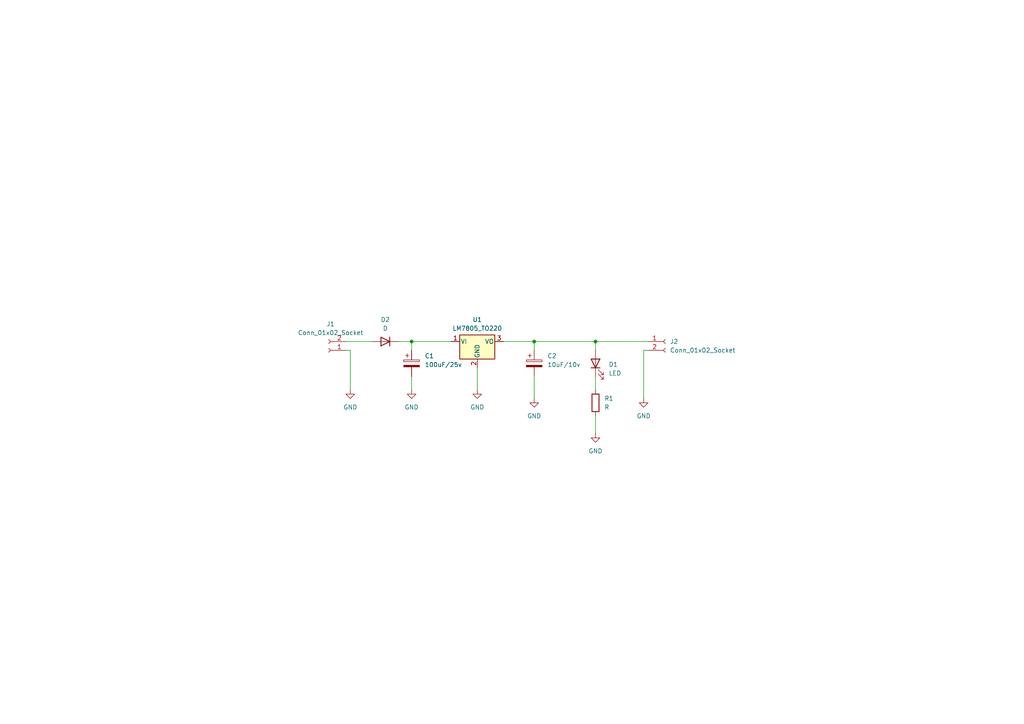
<source format=kicad_sch>
(kicad_sch (version 20250114) (generator "eeschema") (generator_version "9.0")
  (paper "A4")
  (lib_symbols
    (symbol "Connector:Conn_01x02_Socket" (pin_names (offset 1.016) (hide yes))
      (property "Reference" "J" (at 0 2.54 0))
      (property "Value" "Conn_01x02_Socket" (at 0 -5.08 0))
      (symbol "Conn_01x02_Socket_1_1"
        (polyline (pts (xy -1.27 0) (xy -0.508 0)) (stroke (width 0.1524)))
        (polyline (pts (xy -1.27 -2.54) (xy -0.508 -2.54)) (stroke (width 0.1524)))
        (arc (start 0 -0.508) (mid -0.5058 0) (end 0 0.508) (stroke (width 0.1524)))
        (arc (start 0 -3.048) (mid -0.5058 -2.54) (end 0 -2.032) (stroke (width 0.1524)))
        (pin passive line (at -5.08 0 0) (length 3.81) (name "Pin_1") (number "1"))
        (pin passive line (at -5.08 -2.54 0) (length 3.81) (name "Pin_2") (number "2"))
      )
    )
    (symbol "Device:C_Polarized" (pin_numbers (hide yes)) (pin_names (offset 0.254))
      (property "Reference" "C" (at 0.635 2.54 0))
      (property "Value" "C_Polarized" (at 0.635 -2.54 0))
      (symbol "C_Polarized_0_1"
        (rectangle (start -2.286 0.508) (end 2.286 1.016))
        (polyline (pts (xy -1.778 2.286) (xy -0.762 2.286)))
        (polyline (pts (xy -1.27 2.794) (xy -1.27 1.778)))
        (rectangle (start 2.286 -0.508) (end -2.286 -1.016) (fill (type outline)))
      )
      (symbol "C_Polarized_1_1"
        (pin passive line (at 0 3.81 270) (length 2.794) (name "~") (number "1"))
        (pin passive line (at 0 -3.81 90) (length 2.794) (name "~") (number "2"))
      )
    )
    (symbol "Device:D" (pin_numbers (hide yes)) (pin_names (offset 1.016) (hide yes))
      (property "Reference" "D" (at 0 2.54 0))
      (property "Value" "D" (at 0 -2.54 0))
      (symbol "D_0_1"
        (polyline (pts (xy -1.27 1.27) (xy -1.27 -1.27)) (stroke (width 0.254)))
        (polyline (pts (xy 1.27 1.27) (xy 1.27 -1.27) (xy -1.27 0) (xy 1.27 1.27)) (stroke (width 0.254)))
        (polyline (pts (xy 1.27 0) (xy -1.27 0)))
      )
      (symbol "D_1_1"
        (pin passive line (at -3.81 0 0) (length 2.54) (name "K") (number "1"))
        (pin passive line (at 3.81 0 180) (length 2.54) (name "A") (number "2"))
      )
    )
    (symbol "Device:LED" (pin_numbers (hide yes)) (pin_names (offset 1.016) (hide yes))
      (property "Reference" "D" (at 0 2.54 0))
      (property "Value" "LED" (at 0 -2.54 0))
      (symbol "LED_0_1"
        (polyline (pts (xy -3.048 -0.762) (xy -4.572 -2.286) (xy -3.81 -2.286) (xy -4.572 -2.286) (xy -4.572 -1.524)))
        (polyline (pts (xy -1.778 -0.762) (xy -3.302 -2.286) (xy -2.54 -2.286) (xy -3.302 -2.286) (xy -3.302 -1.524)))
        (polyline (pts (xy -1.27 0) (xy 1.27 0)))
        (polyline (pts (xy -1.27 -1.27) (xy -1.27 1.27)) (stroke (width 0.254)))
        (polyline (pts (xy 1.27 -1.27) (xy 1.27 1.27) (xy -1.27 0) (xy 1.27 -1.27)) (stroke (width 0.254)))
      )
      (symbol "LED_1_1"
        (pin passive line (at -3.81 0 0) (length 2.54) (name "K") (number "1"))
        (pin passive line (at 3.81 0 180) (length 2.54) (name "A") (number "2"))
      )
    )
    (symbol "Device:R" (pin_numbers (hide yes)) (pin_names (offset 0))
      (property "Reference" "R" (at 2.032 0 90))
      (property "Value" "R" (at 0 0 90))
      (symbol "R_0_1"
        (rectangle (start -1.016 -2.54) (end 1.016 2.54) (stroke (width 0.254)))
      )
      (symbol "R_1_1"
        (pin passive line (at 0 3.81 270) (length 1.27) (name "~") (number "1"))
        (pin passive line (at 0 -3.81 90) (length 1.27) (name "~") (number "2"))
      )
    )
    (symbol "Regulator_Linear:LM7805_TO220" (pin_names (offset 0.254))
      (property "Reference" "U" (at -3.81 3.175 0))
      (property "Value" "LM7805_TO220" (at 0 3.175 0))
      (symbol "LM7805_TO220_0_1"
        (rectangle (start -5.08 1.905) (end 5.08 -5.08) (stroke (width 0.254)) (fill (type background)))
      )
      (symbol "LM7805_TO220_1_1"
        (pin power_in line (at -7.62 0 0) (length 2.54) (name "VI") (number "1"))
        (pin power_in line (at 0 -7.62 90) (length 2.54) (name "GND") (number "2"))
        (pin power_out line (at 7.62 0 180) (length 2.54) (name "VO") (number "3"))
      )
    )
    (symbol "power:GND" (power) (pin_numbers (hide yes)) (pin_names (offset 0) (hide yes))
      (property "Value" "GND" (at 0 -3.81 0))
      (symbol "GND_0_1"
        (polyline (pts (xy 0 0) (xy 0 -1.27) (xy 1.27 -1.27) (xy 0 -2.54) (xy -1.27 -1.27) (xy 0 -1.27)))
      )
      (symbol "GND_1_1"
        (pin power_in line (at 0 0 270) (length 0) (name "~") (number "1"))
      )
    )
  )
  (junction (at 119.38 99.06))
  (junction (at 172.72 99.06))
  (junction (at 154.94 99.06))
  (wire (pts (xy 138.43 106.68) (xy 138.43 113.03)))
  (wire (pts (xy 100.33 101.6) (xy 101.6 101.6)))
  (wire (pts (xy 119.38 99.06) (xy 119.38 101.6)))
  (wire (pts (xy 119.38 99.06) (xy 130.81 99.06)))
  (wire (pts (xy 119.38 109.22) (xy 119.38 113.03)))
  (wire (pts (xy 154.94 99.06) (xy 154.94 101.6)))
  (wire (pts (xy 100.33 99.06) (xy 107.95 99.06)))
  (wire (pts (xy 154.94 99.06) (xy 172.72 99.06)))
  (wire (pts (xy 172.72 99.06) (xy 187.96 99.06)))
  (wire (pts (xy 172.72 109.22) (xy 172.72 113.03)))
  (wire (pts (xy 146.05 99.06) (xy 154.94 99.06)))
  (wire (pts (xy 186.69 101.6) (xy 186.69 115.57)))
  (wire (pts (xy 115.57 99.06) (xy 119.38 99.06)))
  (wire (pts (xy 187.96 101.6) (xy 186.69 101.6)))
  (wire (pts (xy 101.6 101.6) (xy 101.6 113.03)))
  (wire (pts (xy 172.72 99.06) (xy 172.72 101.6)))
  (wire (pts (xy 154.94 109.22) (xy 154.94 115.57)))
  (wire (pts (xy 172.72 120.65) (xy 172.72 125.73)))
  (symbol (lib_id "Device:D") (at 111.76 99.06 180) (unit 1)
    (property "Reference" "D2" (at 111.76 92.71 0))
    (property "Value" "D" (at 111.76 95.25 0))
    (property "Footprint" "Diode_THT:D_DO-15_P12.70mm_Horizontal" (effects (hide yes)))
    (property "Description" "Diode" (effects (hide yes)))
    (property "Sim.Device" "D" (effects (hide yes)))
    (property "Sim.Pins" "1=K 2=A" (effects (hide yes)))
  )
  (symbol (lib_id "Connector:Conn_01x02_Socket") (at 193.04 99.06 0) (unit 1)
    (property "Reference" "J2" (at 194.31 99.0599 0) (effects (justify left)))
    (property "Value" "Conn_01x02_Socket" (at 194.31 101.5999 0) (effects (justify left)))
    (property "Footprint" "Connector_Phoenix_MSTB:PhoenixContact_MSTBVA_2,5_2-G-5,08_1x02_P5.08mm_Vertical" (effects (hide yes)))
    (property "Description" "Generic connector, single row, 01x02, script generated" (effects (hide yes)))
  )
  (symbol (lib_id "power:GND") (at 154.94 115.57 0) (unit 1)
    (property "Reference" "#PWR04" (effects (hide yes)))
    (property "Value" "GND" (at 154.94 120.65 0))
    (property "Description" "Power symbol creates a global label with name \"GND\" , ground" (effects (hide yes)))
  )
  (symbol (lib_id "power:GND") (at 186.69 115.57 0) (unit 1)
    (property "Reference" "#PWR06" (effects (hide yes)))
    (property "Value" "GND" (at 186.69 120.65 0))
    (property "Description" "Power symbol creates a global label with name \"GND\" , ground" (effects (hide yes)))
  )
  (symbol (lib_id "power:GND") (at 172.72 125.73 0) (unit 1)
    (property "Reference" "#PWR05" (effects (hide yes)))
    (property "Value" "GND" (at 172.72 130.81 0))
    (property "Description" "Power symbol creates a global label with name \"GND\" , ground" (effects (hide yes)))
  )
  (symbol (lib_id "Regulator_Linear:LM7805_TO220") (at 138.43 99.06 0) (unit 1)
    (property "Reference" "U1" (at 138.43 92.71 0))
    (property "Value" "LM7805_TO220" (at 138.43 95.25 0))
    (property "Footprint" "Package_TO_SOT_THT:TO-220-3_Vertical" (effects (hide yes)))
    (property "Datasheet" "https://www.onsemi.cn/PowerSolutions/document/MC7800-D.PDF" (effects (hide yes)))
    (property "Description" "Positive 1A 35V Linear Regulator, Fixed Output 5V, TO-220" (effects (hide yes)))
  )
  (symbol (lib_id "Device:C_Polarized") (at 119.38 105.41 0) (unit 1)
    (property "Reference" "C1" (at 123.19 103.2509 0) (effects (justify left)))
    (property "Value" "100uF/25v" (at 123.19 105.7909 0) (effects (justify left)))
    (property "Footprint" "Capacitor_THT:CP_Radial_D5.0mm_P2.50mm" (effects (hide yes)))
    (property "Description" "Polarized capacitor" (effects (hide yes)))
  )
  (symbol (lib_id "power:GND") (at 119.38 113.03 0) (unit 1)
    (property "Reference" "#PWR01" (effects (hide yes)))
    (property "Value" "GND" (at 119.38 118.11 0))
    (property "Description" "Power symbol creates a global label with name \"GND\" , ground" (effects (hide yes)))
  )
  (symbol (lib_id "Device:R") (at 172.72 116.84 0) (unit 1)
    (property "Reference" "R1" (at 175.26 115.5699 0) (effects (justify left)))
    (property "Value" "R" (at 175.26 118.1099 0) (effects (justify left)))
    (property "Footprint" "Resistor_THT:R_Axial_DIN0207_L6.3mm_D2.5mm_P10.16mm_Horizontal" (effects (hide yes)))
    (property "Description" "Resistor" (effects (hide yes)))
  )
  (symbol (lib_id "Device:C_Polarized") (at 154.94 105.41 0) (unit 1)
    (property "Reference" "C2" (at 158.75 103.2509 0) (effects (justify left)))
    (property "Value" "10uF/10v" (at 158.75 105.7909 0) (effects (justify left)))
    (property "Footprint" "Capacitor_THT:CP_Radial_D5.0mm_P2.50mm" (effects (hide yes)))
    (property "Description" "Polarized capacitor" (effects (hide yes)))
  )
  (symbol (lib_id "Device:LED") (at 172.72 105.41 90) (unit 1)
    (property "Reference" "D1" (at 176.53 105.7274 90) (effects (justify right)))
    (property "Value" "LED" (at 176.53 108.2674 90) (effects (justify right)))
    (property "Footprint" "LED_THT:LED_D3.0mm_FlatTop" (effects (hide yes)))
    (property "Description" "Light emitting diode" (effects (hide yes)))
    (property "Sim.Pins" "1=K 2=A" (effects (hide yes)))
  )
  (symbol (lib_id "power:GND") (at 138.43 113.03 0) (unit 1)
    (property "Reference" "#PWR02" (effects (hide yes)))
    (property "Value" "GND" (at 138.43 118.11 0))
    (property "Description" "Power symbol creates a global label with name \"GND\" , ground" (effects (hide yes)))
  )
  (symbol (lib_id "power:GND") (at 101.6 113.03 0) (unit 1)
    (property "Reference" "#PWR03" (effects (hide yes)))
    (property "Value" "GND" (at 101.6 118.11 0))
    (property "Description" "Power symbol creates a global label with name \"GND\" , ground" (effects (hide yes)))
  )
  (symbol (lib_id "Connector:Conn_01x02_Socket") (at 95.25 101.6 180) (unit 1)
    (property "Reference" "J1" (at 95.885 93.98 0))
    (property "Value" "Conn_01x02_Socket" (at 95.885 96.52 0))
    (property "Footprint" "Connector_Phoenix_MSTB:PhoenixContact_MSTBVA_2,5_2-G-5,08_1x02_P5.08mm_Vertical" (effects (hide yes)))
    (property "Description" "Generic connector, single row, 01x02, script generated" (effects (hide yes)))
  )
)
</source>
